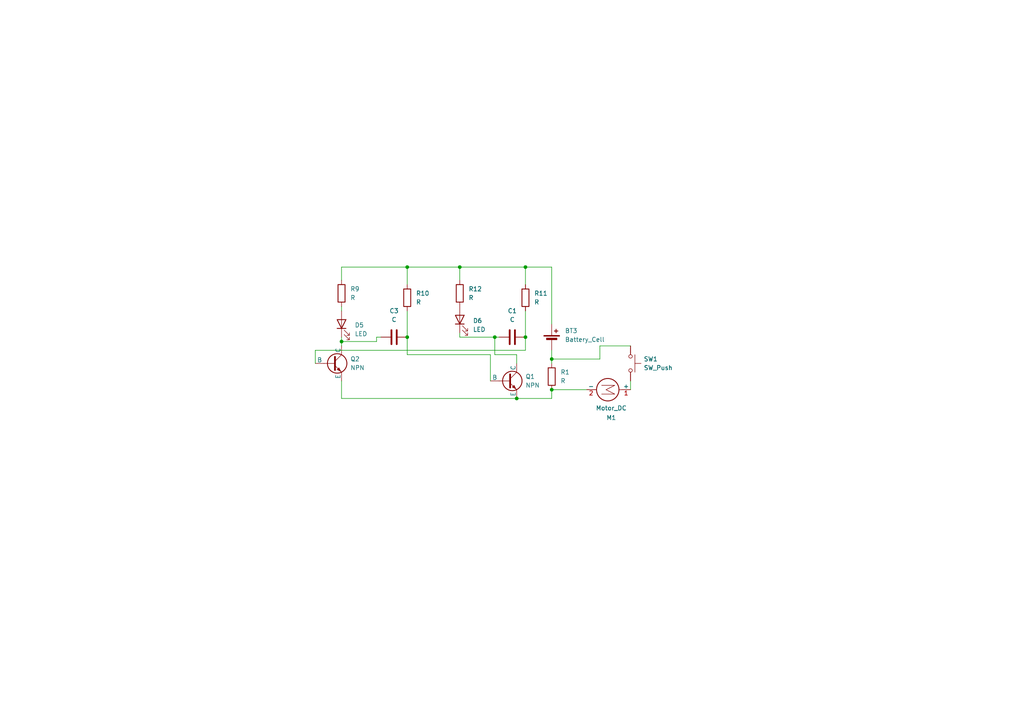
<source format=kicad_sch>
(kicad_sch
	(version 20250114)
	(generator "eeschema")
	(generator_version "9.0")
	(uuid "b8e23f2c-7499-4246-989c-0640b6c6dee9")
	(paper "A4")
	(lib_symbols
		(symbol "Device:Battery_Cell"
			(pin_numbers
				(hide yes)
			)
			(pin_names
				(offset 0)
				(hide yes)
			)
			(exclude_from_sim no)
			(in_bom yes)
			(on_board yes)
			(property "Reference" "BT"
				(at 2.54 2.54 0)
				(effects
					(font
						(size 1.27 1.27)
					)
					(justify left)
				)
			)
			(property "Value" "Battery_Cell"
				(at 2.54 0 0)
				(effects
					(font
						(size 1.27 1.27)
					)
					(justify left)
				)
			)
			(property "Footprint" ""
				(at 0 1.524 90)
				(effects
					(font
						(size 1.27 1.27)
					)
					(hide yes)
				)
			)
			(property "Datasheet" "~"
				(at 0 1.524 90)
				(effects
					(font
						(size 1.27 1.27)
					)
					(hide yes)
				)
			)
			(property "Description" "Single-cell battery"
				(at 0 0 0)
				(effects
					(font
						(size 1.27 1.27)
					)
					(hide yes)
				)
			)
			(property "ki_keywords" "battery cell"
				(at 0 0 0)
				(effects
					(font
						(size 1.27 1.27)
					)
					(hide yes)
				)
			)
			(symbol "Battery_Cell_0_1"
				(rectangle
					(start -2.286 1.778)
					(end 2.286 1.524)
					(stroke
						(width 0)
						(type default)
					)
					(fill
						(type outline)
					)
				)
				(rectangle
					(start -1.524 1.016)
					(end 1.524 0.508)
					(stroke
						(width 0)
						(type default)
					)
					(fill
						(type outline)
					)
				)
				(polyline
					(pts
						(xy 0 1.778) (xy 0 2.54)
					)
					(stroke
						(width 0)
						(type default)
					)
					(fill
						(type none)
					)
				)
				(polyline
					(pts
						(xy 0 0.762) (xy 0 0)
					)
					(stroke
						(width 0)
						(type default)
					)
					(fill
						(type none)
					)
				)
				(polyline
					(pts
						(xy 0.762 3.048) (xy 1.778 3.048)
					)
					(stroke
						(width 0.254)
						(type default)
					)
					(fill
						(type none)
					)
				)
				(polyline
					(pts
						(xy 1.27 3.556) (xy 1.27 2.54)
					)
					(stroke
						(width 0.254)
						(type default)
					)
					(fill
						(type none)
					)
				)
			)
			(symbol "Battery_Cell_1_1"
				(pin passive line
					(at 0 5.08 270)
					(length 2.54)
					(name "+"
						(effects
							(font
								(size 1.27 1.27)
							)
						)
					)
					(number "1"
						(effects
							(font
								(size 1.27 1.27)
							)
						)
					)
				)
				(pin passive line
					(at 0 -2.54 90)
					(length 2.54)
					(name "-"
						(effects
							(font
								(size 1.27 1.27)
							)
						)
					)
					(number "2"
						(effects
							(font
								(size 1.27 1.27)
							)
						)
					)
				)
			)
			(embedded_fonts no)
		)
		(symbol "Device:C"
			(pin_numbers
				(hide yes)
			)
			(pin_names
				(offset 0.254)
			)
			(exclude_from_sim no)
			(in_bom yes)
			(on_board yes)
			(property "Reference" "C"
				(at 0.635 2.54 0)
				(effects
					(font
						(size 1.27 1.27)
					)
					(justify left)
				)
			)
			(property "Value" "C"
				(at 0.635 -2.54 0)
				(effects
					(font
						(size 1.27 1.27)
					)
					(justify left)
				)
			)
			(property "Footprint" ""
				(at 0.9652 -3.81 0)
				(effects
					(font
						(size 1.27 1.27)
					)
					(hide yes)
				)
			)
			(property "Datasheet" "~"
				(at 0 0 0)
				(effects
					(font
						(size 1.27 1.27)
					)
					(hide yes)
				)
			)
			(property "Description" "Unpolarized capacitor"
				(at 0 0 0)
				(effects
					(font
						(size 1.27 1.27)
					)
					(hide yes)
				)
			)
			(property "ki_keywords" "cap capacitor"
				(at 0 0 0)
				(effects
					(font
						(size 1.27 1.27)
					)
					(hide yes)
				)
			)
			(property "ki_fp_filters" "C_*"
				(at 0 0 0)
				(effects
					(font
						(size 1.27 1.27)
					)
					(hide yes)
				)
			)
			(symbol "C_0_1"
				(polyline
					(pts
						(xy -2.032 0.762) (xy 2.032 0.762)
					)
					(stroke
						(width 0.508)
						(type default)
					)
					(fill
						(type none)
					)
				)
				(polyline
					(pts
						(xy -2.032 -0.762) (xy 2.032 -0.762)
					)
					(stroke
						(width 0.508)
						(type default)
					)
					(fill
						(type none)
					)
				)
			)
			(symbol "C_1_1"
				(pin passive line
					(at 0 3.81 270)
					(length 2.794)
					(name "~"
						(effects
							(font
								(size 1.27 1.27)
							)
						)
					)
					(number "1"
						(effects
							(font
								(size 1.27 1.27)
							)
						)
					)
				)
				(pin passive line
					(at 0 -3.81 90)
					(length 2.794)
					(name "~"
						(effects
							(font
								(size 1.27 1.27)
							)
						)
					)
					(number "2"
						(effects
							(font
								(size 1.27 1.27)
							)
						)
					)
				)
			)
			(embedded_fonts no)
		)
		(symbol "Device:LED"
			(pin_numbers
				(hide yes)
			)
			(pin_names
				(offset 1.016)
				(hide yes)
			)
			(exclude_from_sim no)
			(in_bom yes)
			(on_board yes)
			(property "Reference" "D"
				(at 0 2.54 0)
				(effects
					(font
						(size 1.27 1.27)
					)
				)
			)
			(property "Value" "LED"
				(at 0 -2.54 0)
				(effects
					(font
						(size 1.27 1.27)
					)
				)
			)
			(property "Footprint" ""
				(at 0 0 0)
				(effects
					(font
						(size 1.27 1.27)
					)
					(hide yes)
				)
			)
			(property "Datasheet" "~"
				(at 0 0 0)
				(effects
					(font
						(size 1.27 1.27)
					)
					(hide yes)
				)
			)
			(property "Description" "Light emitting diode"
				(at 0 0 0)
				(effects
					(font
						(size 1.27 1.27)
					)
					(hide yes)
				)
			)
			(property "Sim.Pins" "1=K 2=A"
				(at 0 0 0)
				(effects
					(font
						(size 1.27 1.27)
					)
					(hide yes)
				)
			)
			(property "ki_keywords" "LED diode"
				(at 0 0 0)
				(effects
					(font
						(size 1.27 1.27)
					)
					(hide yes)
				)
			)
			(property "ki_fp_filters" "LED* LED_SMD:* LED_THT:*"
				(at 0 0 0)
				(effects
					(font
						(size 1.27 1.27)
					)
					(hide yes)
				)
			)
			(symbol "LED_0_1"
				(polyline
					(pts
						(xy -3.048 -0.762) (xy -4.572 -2.286) (xy -3.81 -2.286) (xy -4.572 -2.286) (xy -4.572 -1.524)
					)
					(stroke
						(width 0)
						(type default)
					)
					(fill
						(type none)
					)
				)
				(polyline
					(pts
						(xy -1.778 -0.762) (xy -3.302 -2.286) (xy -2.54 -2.286) (xy -3.302 -2.286) (xy -3.302 -1.524)
					)
					(stroke
						(width 0)
						(type default)
					)
					(fill
						(type none)
					)
				)
				(polyline
					(pts
						(xy -1.27 0) (xy 1.27 0)
					)
					(stroke
						(width 0)
						(type default)
					)
					(fill
						(type none)
					)
				)
				(polyline
					(pts
						(xy -1.27 -1.27) (xy -1.27 1.27)
					)
					(stroke
						(width 0.254)
						(type default)
					)
					(fill
						(type none)
					)
				)
				(polyline
					(pts
						(xy 1.27 -1.27) (xy 1.27 1.27) (xy -1.27 0) (xy 1.27 -1.27)
					)
					(stroke
						(width 0.254)
						(type default)
					)
					(fill
						(type none)
					)
				)
			)
			(symbol "LED_1_1"
				(pin passive line
					(at -3.81 0 0)
					(length 2.54)
					(name "K"
						(effects
							(font
								(size 1.27 1.27)
							)
						)
					)
					(number "1"
						(effects
							(font
								(size 1.27 1.27)
							)
						)
					)
				)
				(pin passive line
					(at 3.81 0 180)
					(length 2.54)
					(name "A"
						(effects
							(font
								(size 1.27 1.27)
							)
						)
					)
					(number "2"
						(effects
							(font
								(size 1.27 1.27)
							)
						)
					)
				)
			)
			(embedded_fonts no)
		)
		(symbol "Device:R"
			(pin_numbers
				(hide yes)
			)
			(pin_names
				(offset 0)
			)
			(exclude_from_sim no)
			(in_bom yes)
			(on_board yes)
			(property "Reference" "R"
				(at 2.032 0 90)
				(effects
					(font
						(size 1.27 1.27)
					)
				)
			)
			(property "Value" "R"
				(at 0 0 90)
				(effects
					(font
						(size 1.27 1.27)
					)
				)
			)
			(property "Footprint" ""
				(at -1.778 0 90)
				(effects
					(font
						(size 1.27 1.27)
					)
					(hide yes)
				)
			)
			(property "Datasheet" "~"
				(at 0 0 0)
				(effects
					(font
						(size 1.27 1.27)
					)
					(hide yes)
				)
			)
			(property "Description" "Resistor"
				(at 0 0 0)
				(effects
					(font
						(size 1.27 1.27)
					)
					(hide yes)
				)
			)
			(property "ki_keywords" "R res resistor"
				(at 0 0 0)
				(effects
					(font
						(size 1.27 1.27)
					)
					(hide yes)
				)
			)
			(property "ki_fp_filters" "R_*"
				(at 0 0 0)
				(effects
					(font
						(size 1.27 1.27)
					)
					(hide yes)
				)
			)
			(symbol "R_0_1"
				(rectangle
					(start -1.016 -2.54)
					(end 1.016 2.54)
					(stroke
						(width 0.254)
						(type default)
					)
					(fill
						(type none)
					)
				)
			)
			(symbol "R_1_1"
				(pin passive line
					(at 0 3.81 270)
					(length 1.27)
					(name "~"
						(effects
							(font
								(size 1.27 1.27)
							)
						)
					)
					(number "1"
						(effects
							(font
								(size 1.27 1.27)
							)
						)
					)
				)
				(pin passive line
					(at 0 -3.81 90)
					(length 1.27)
					(name "~"
						(effects
							(font
								(size 1.27 1.27)
							)
						)
					)
					(number "2"
						(effects
							(font
								(size 1.27 1.27)
							)
						)
					)
				)
			)
			(embedded_fonts no)
		)
		(symbol "Motor:Motor_DC"
			(pin_names
				(offset 0)
			)
			(exclude_from_sim no)
			(in_bom yes)
			(on_board yes)
			(property "Reference" "M"
				(at 2.54 2.54 0)
				(effects
					(font
						(size 1.27 1.27)
					)
					(justify left)
				)
			)
			(property "Value" "Motor_DC"
				(at 2.54 -5.08 0)
				(effects
					(font
						(size 1.27 1.27)
					)
					(justify left top)
				)
			)
			(property "Footprint" ""
				(at 0 -2.286 0)
				(effects
					(font
						(size 1.27 1.27)
					)
					(hide yes)
				)
			)
			(property "Datasheet" "~"
				(at 0 -2.286 0)
				(effects
					(font
						(size 1.27 1.27)
					)
					(hide yes)
				)
			)
			(property "Description" "DC Motor"
				(at 0 0 0)
				(effects
					(font
						(size 1.27 1.27)
					)
					(hide yes)
				)
			)
			(property "ki_keywords" "DC Motor"
				(at 0 0 0)
				(effects
					(font
						(size 1.27 1.27)
					)
					(hide yes)
				)
			)
			(property "ki_fp_filters" "PinHeader*P2.54mm* TerminalBlock*"
				(at 0 0 0)
				(effects
					(font
						(size 1.27 1.27)
					)
					(hide yes)
				)
			)
			(symbol "Motor_DC_0_0"
				(polyline
					(pts
						(xy -1.27 -3.302) (xy -1.27 0.508) (xy 0 -2.032) (xy 1.27 0.508) (xy 1.27 -3.302)
					)
					(stroke
						(width 0)
						(type default)
					)
					(fill
						(type none)
					)
				)
			)
			(symbol "Motor_DC_0_1"
				(polyline
					(pts
						(xy 0 2.032) (xy 0 2.54)
					)
					(stroke
						(width 0)
						(type default)
					)
					(fill
						(type none)
					)
				)
				(polyline
					(pts
						(xy 0 1.7272) (xy 0 2.0828)
					)
					(stroke
						(width 0)
						(type default)
					)
					(fill
						(type none)
					)
				)
				(circle
					(center 0 -1.524)
					(radius 3.2512)
					(stroke
						(width 0.254)
						(type default)
					)
					(fill
						(type none)
					)
				)
				(polyline
					(pts
						(xy 0 -4.7752) (xy 0 -5.1816)
					)
					(stroke
						(width 0)
						(type default)
					)
					(fill
						(type none)
					)
				)
				(polyline
					(pts
						(xy 0 -7.62) (xy 0 -7.112)
					)
					(stroke
						(width 0)
						(type default)
					)
					(fill
						(type none)
					)
				)
			)
			(symbol "Motor_DC_1_1"
				(pin passive line
					(at 0 5.08 270)
					(length 2.54)
					(name "+"
						(effects
							(font
								(size 1.27 1.27)
							)
						)
					)
					(number "1"
						(effects
							(font
								(size 1.27 1.27)
							)
						)
					)
				)
				(pin passive line
					(at 0 -7.62 90)
					(length 2.54)
					(name "-"
						(effects
							(font
								(size 1.27 1.27)
							)
						)
					)
					(number "2"
						(effects
							(font
								(size 1.27 1.27)
							)
						)
					)
				)
			)
			(embedded_fonts no)
		)
		(symbol "Simulation_SPICE:NPN"
			(pin_numbers
				(hide yes)
			)
			(pin_names
				(offset 0)
			)
			(exclude_from_sim no)
			(in_bom yes)
			(on_board yes)
			(property "Reference" "Q"
				(at -2.54 7.62 0)
				(effects
					(font
						(size 1.27 1.27)
					)
				)
			)
			(property "Value" "NPN"
				(at -2.54 5.08 0)
				(effects
					(font
						(size 1.27 1.27)
					)
				)
			)
			(property "Footprint" ""
				(at 63.5 0 0)
				(effects
					(font
						(size 1.27 1.27)
					)
					(hide yes)
				)
			)
			(property "Datasheet" "https://ngspice.sourceforge.io/docs/ngspice-html-manual/manual.xhtml#cha_BJTs"
				(at 63.5 0 0)
				(effects
					(font
						(size 1.27 1.27)
					)
					(hide yes)
				)
			)
			(property "Description" "Bipolar transistor symbol for simulation only, substrate tied to the emitter"
				(at 0 0 0)
				(effects
					(font
						(size 1.27 1.27)
					)
					(hide yes)
				)
			)
			(property "Sim.Device" "NPN"
				(at 0 0 0)
				(effects
					(font
						(size 1.27 1.27)
					)
					(hide yes)
				)
			)
			(property "Sim.Type" "GUMMELPOON"
				(at 0 0 0)
				(effects
					(font
						(size 1.27 1.27)
					)
					(hide yes)
				)
			)
			(property "Sim.Pins" "1=C 2=B 3=E"
				(at 0 0 0)
				(effects
					(font
						(size 1.27 1.27)
					)
					(hide yes)
				)
			)
			(property "ki_keywords" "simulation"
				(at 0 0 0)
				(effects
					(font
						(size 1.27 1.27)
					)
					(hide yes)
				)
			)
			(symbol "NPN_0_1"
				(polyline
					(pts
						(xy -2.54 0) (xy 0.635 0)
					)
					(stroke
						(width 0.1524)
						(type default)
					)
					(fill
						(type none)
					)
				)
				(polyline
					(pts
						(xy 0.635 1.905) (xy 0.635 -1.905) (xy 0.635 -1.905)
					)
					(stroke
						(width 0.508)
						(type default)
					)
					(fill
						(type none)
					)
				)
				(polyline
					(pts
						(xy 0.635 0.635) (xy 2.54 2.54)
					)
					(stroke
						(width 0)
						(type default)
					)
					(fill
						(type none)
					)
				)
				(polyline
					(pts
						(xy 0.635 -0.635) (xy 2.54 -2.54) (xy 2.54 -2.54)
					)
					(stroke
						(width 0)
						(type default)
					)
					(fill
						(type none)
					)
				)
				(circle
					(center 1.27 0)
					(radius 2.8194)
					(stroke
						(width 0.254)
						(type default)
					)
					(fill
						(type none)
					)
				)
				(polyline
					(pts
						(xy 1.27 -1.778) (xy 1.778 -1.27) (xy 2.286 -2.286) (xy 1.27 -1.778) (xy 1.27 -1.778)
					)
					(stroke
						(width 0)
						(type default)
					)
					(fill
						(type outline)
					)
				)
				(polyline
					(pts
						(xy 2.794 -1.27) (xy 2.794 -1.27)
					)
					(stroke
						(width 0.1524)
						(type default)
					)
					(fill
						(type none)
					)
				)
				(polyline
					(pts
						(xy 2.794 -1.27) (xy 2.794 -1.27)
					)
					(stroke
						(width 0.1524)
						(type default)
					)
					(fill
						(type none)
					)
				)
			)
			(symbol "NPN_1_1"
				(pin input line
					(at -5.08 0 0)
					(length 2.54)
					(name "B"
						(effects
							(font
								(size 1.27 1.27)
							)
						)
					)
					(number "2"
						(effects
							(font
								(size 1.27 1.27)
							)
						)
					)
				)
				(pin open_collector line
					(at 2.54 5.08 270)
					(length 2.54)
					(name "C"
						(effects
							(font
								(size 1.27 1.27)
							)
						)
					)
					(number "1"
						(effects
							(font
								(size 1.27 1.27)
							)
						)
					)
				)
				(pin open_emitter line
					(at 2.54 -5.08 90)
					(length 2.54)
					(name "E"
						(effects
							(font
								(size 1.27 1.27)
							)
						)
					)
					(number "3"
						(effects
							(font
								(size 1.27 1.27)
							)
						)
					)
				)
			)
			(embedded_fonts no)
		)
		(symbol "Switch:SW_Push"
			(pin_numbers
				(hide yes)
			)
			(pin_names
				(offset 1.016)
				(hide yes)
			)
			(exclude_from_sim no)
			(in_bom yes)
			(on_board yes)
			(property "Reference" "SW"
				(at 1.27 2.54 0)
				(effects
					(font
						(size 1.27 1.27)
					)
					(justify left)
				)
			)
			(property "Value" "SW_Push"
				(at 0 -1.524 0)
				(effects
					(font
						(size 1.27 1.27)
					)
				)
			)
			(property "Footprint" ""
				(at 0 5.08 0)
				(effects
					(font
						(size 1.27 1.27)
					)
					(hide yes)
				)
			)
			(property "Datasheet" "~"
				(at 0 5.08 0)
				(effects
					(font
						(size 1.27 1.27)
					)
					(hide yes)
				)
			)
			(property "Description" "Push button switch, generic, two pins"
				(at 0 0 0)
				(effects
					(font
						(size 1.27 1.27)
					)
					(hide yes)
				)
			)
			(property "ki_keywords" "switch normally-open pushbutton push-button"
				(at 0 0 0)
				(effects
					(font
						(size 1.27 1.27)
					)
					(hide yes)
				)
			)
			(symbol "SW_Push_0_1"
				(circle
					(center -2.032 0)
					(radius 0.508)
					(stroke
						(width 0)
						(type default)
					)
					(fill
						(type none)
					)
				)
				(polyline
					(pts
						(xy 0 1.27) (xy 0 3.048)
					)
					(stroke
						(width 0)
						(type default)
					)
					(fill
						(type none)
					)
				)
				(circle
					(center 2.032 0)
					(radius 0.508)
					(stroke
						(width 0)
						(type default)
					)
					(fill
						(type none)
					)
				)
				(polyline
					(pts
						(xy 2.54 1.27) (xy -2.54 1.27)
					)
					(stroke
						(width 0)
						(type default)
					)
					(fill
						(type none)
					)
				)
				(pin passive line
					(at -5.08 0 0)
					(length 2.54)
					(name "1"
						(effects
							(font
								(size 1.27 1.27)
							)
						)
					)
					(number "1"
						(effects
							(font
								(size 1.27 1.27)
							)
						)
					)
				)
				(pin passive line
					(at 5.08 0 180)
					(length 2.54)
					(name "2"
						(effects
							(font
								(size 1.27 1.27)
							)
						)
					)
					(number "2"
						(effects
							(font
								(size 1.27 1.27)
							)
						)
					)
				)
			)
			(embedded_fonts no)
		)
	)
	(junction
		(at 118.11 77.47)
		(diameter 0)
		(color 0 0 0 0)
		(uuid "02c2aa1a-99fa-406f-a235-c9531435b583")
	)
	(junction
		(at 149.86 115.57)
		(diameter 0)
		(color 0 0 0 0)
		(uuid "328d94c7-c77e-487b-95dd-b0bcaafdb463")
	)
	(junction
		(at 160.02 104.14)
		(diameter 0)
		(color 0 0 0 0)
		(uuid "4a0977a9-dbe4-4767-9725-8aec0129fa41")
	)
	(junction
		(at 143.51 97.79)
		(diameter 0)
		(color 0 0 0 0)
		(uuid "5ccb7d04-b6db-49a4-93a5-ad06dc47cf3d")
	)
	(junction
		(at 152.4 77.47)
		(diameter 0)
		(color 0 0 0 0)
		(uuid "923edec7-9429-4025-8274-56147c462c16")
	)
	(junction
		(at 133.35 77.47)
		(diameter 0)
		(color 0 0 0 0)
		(uuid "95946913-26e3-4e5a-b2b4-7a7a57ca5207")
	)
	(junction
		(at 160.02 113.03)
		(diameter 0)
		(color 0 0 0 0)
		(uuid "a7396c21-f393-426e-a1ca-b04424d6a4da")
	)
	(junction
		(at 118.11 97.79)
		(diameter 0)
		(color 0 0 0 0)
		(uuid "b17ca307-9c33-4517-99c2-70431119eaab")
	)
	(junction
		(at 152.4 97.79)
		(diameter 0)
		(color 0 0 0 0)
		(uuid "b1a6ad6c-b988-4615-9333-4dafe4fa4994")
	)
	(junction
		(at 99.06 99.06)
		(diameter 0)
		(color 0 0 0 0)
		(uuid "e3cf63f7-6c86-41cc-8a7d-911588753bf3")
	)
	(wire
		(pts
			(xy 173.99 100.33) (xy 173.99 104.14)
		)
		(stroke
			(width 0)
			(type default)
		)
		(uuid "01484d4c-023c-4fc3-a5e8-4d18802feacc")
	)
	(wire
		(pts
			(xy 99.06 115.57) (xy 149.86 115.57)
		)
		(stroke
			(width 0)
			(type default)
		)
		(uuid "022b002f-b2d8-42fe-9df0-be671b3b36e1")
	)
	(wire
		(pts
			(xy 133.35 77.47) (xy 152.4 77.47)
		)
		(stroke
			(width 0)
			(type default)
		)
		(uuid "0a4df698-9a03-4ce0-a589-6e12194812ed")
	)
	(wire
		(pts
			(xy 142.24 102.87) (xy 142.24 110.49)
		)
		(stroke
			(width 0)
			(type default)
		)
		(uuid "0b1c8568-6e2b-4ca8-b76f-4e42ee271b6c")
	)
	(wire
		(pts
			(xy 160.02 104.14) (xy 160.02 105.41)
		)
		(stroke
			(width 0)
			(type default)
		)
		(uuid "1dbdc6e1-6c56-45e2-930d-10c06bf4e083")
	)
	(wire
		(pts
			(xy 152.4 97.79) (xy 152.4 101.6)
		)
		(stroke
			(width 0)
			(type default)
		)
		(uuid "1e5d1d51-35ce-4f6e-ab10-fbd6beef1028")
	)
	(wire
		(pts
			(xy 118.11 97.79) (xy 118.11 102.87)
		)
		(stroke
			(width 0)
			(type default)
		)
		(uuid "21e23e04-8b05-405e-9572-b70a99590b8a")
	)
	(wire
		(pts
			(xy 143.51 102.87) (xy 149.86 102.87)
		)
		(stroke
			(width 0)
			(type default)
		)
		(uuid "2655cf70-1181-413d-a420-d7af4b2b8d3e")
	)
	(wire
		(pts
			(xy 149.86 115.57) (xy 160.02 115.57)
		)
		(stroke
			(width 0)
			(type default)
		)
		(uuid "270917c4-d18e-47dd-8197-8183227160eb")
	)
	(wire
		(pts
			(xy 99.06 88.9) (xy 99.06 90.17)
		)
		(stroke
			(width 0)
			(type default)
		)
		(uuid "3eb5b162-c49f-45a0-9655-1d557f5f5423")
	)
	(wire
		(pts
			(xy 182.88 113.03) (xy 182.88 110.49)
		)
		(stroke
			(width 0)
			(type default)
		)
		(uuid "5a0c4875-6b55-46a9-ba1e-81bbe01ea0b8")
	)
	(wire
		(pts
			(xy 152.4 82.55) (xy 152.4 77.47)
		)
		(stroke
			(width 0)
			(type default)
		)
		(uuid "5bae6689-7e33-47d4-bb9e-13c7c64b9dd1")
	)
	(wire
		(pts
			(xy 99.06 99.06) (xy 99.06 100.33)
		)
		(stroke
			(width 0)
			(type default)
		)
		(uuid "66578ca6-3daf-4687-8d69-67e44fb0f282")
	)
	(wire
		(pts
			(xy 160.02 93.98) (xy 160.02 77.47)
		)
		(stroke
			(width 0)
			(type default)
		)
		(uuid "667fc4c8-a53e-46bf-874e-270dcb8edef8")
	)
	(wire
		(pts
			(xy 99.06 77.47) (xy 99.06 81.28)
		)
		(stroke
			(width 0)
			(type default)
		)
		(uuid "6a7a6ecd-8752-4db1-a683-b317a0ce4b54")
	)
	(wire
		(pts
			(xy 99.06 99.06) (xy 109.22 99.06)
		)
		(stroke
			(width 0)
			(type default)
		)
		(uuid "6e526a6e-0654-46dc-ab3d-27d59b48b454")
	)
	(wire
		(pts
			(xy 118.11 102.87) (xy 142.24 102.87)
		)
		(stroke
			(width 0)
			(type default)
		)
		(uuid "702175ec-5f6f-4f16-9e00-ef94364504c8")
	)
	(wire
		(pts
			(xy 160.02 113.03) (xy 170.18 113.03)
		)
		(stroke
			(width 0)
			(type default)
		)
		(uuid "7bb9dd34-a07a-4e26-a04f-b4feeae26265")
	)
	(wire
		(pts
			(xy 109.22 97.79) (xy 109.22 99.06)
		)
		(stroke
			(width 0)
			(type default)
		)
		(uuid "80bb19f6-f75c-489b-a9d6-7c1235451799")
	)
	(wire
		(pts
			(xy 160.02 104.14) (xy 173.99 104.14)
		)
		(stroke
			(width 0)
			(type default)
		)
		(uuid "850b7c39-c0ca-4b9b-8315-17df4db42dc7")
	)
	(wire
		(pts
			(xy 91.44 101.6) (xy 91.44 105.41)
		)
		(stroke
			(width 0)
			(type default)
		)
		(uuid "94d539c3-ad48-449f-9bb0-83f691a3d27a")
	)
	(wire
		(pts
			(xy 149.86 102.87) (xy 149.86 105.41)
		)
		(stroke
			(width 0)
			(type default)
		)
		(uuid "9a8aab5b-78df-4c94-ab78-5198853deafb")
	)
	(wire
		(pts
			(xy 118.11 90.17) (xy 118.11 97.79)
		)
		(stroke
			(width 0)
			(type default)
		)
		(uuid "9b791d12-e666-42da-b18e-cf0af8fd327d")
	)
	(wire
		(pts
			(xy 160.02 104.14) (xy 160.02 101.6)
		)
		(stroke
			(width 0)
			(type default)
		)
		(uuid "9e103a01-3850-4402-b54a-c425698b05cb")
	)
	(wire
		(pts
			(xy 118.11 77.47) (xy 99.06 77.47)
		)
		(stroke
			(width 0)
			(type default)
		)
		(uuid "a33f4414-b632-41a5-9497-d68faa2c901f")
	)
	(wire
		(pts
			(xy 91.44 101.6) (xy 152.4 101.6)
		)
		(stroke
			(width 0)
			(type default)
		)
		(uuid "a3a16b19-a12e-4896-a5cc-80b4de9f515e")
	)
	(wire
		(pts
			(xy 143.51 97.79) (xy 144.78 97.79)
		)
		(stroke
			(width 0)
			(type default)
		)
		(uuid "a42bcf0c-ad67-4030-a30d-c6bb313032f7")
	)
	(wire
		(pts
			(xy 118.11 77.47) (xy 118.11 82.55)
		)
		(stroke
			(width 0)
			(type default)
		)
		(uuid "b687cd53-4aa2-4028-9ed4-130d49bc4ff8")
	)
	(wire
		(pts
			(xy 143.51 97.79) (xy 143.51 102.87)
		)
		(stroke
			(width 0)
			(type default)
		)
		(uuid "b7b58155-487c-4863-8951-472977cc7a50")
	)
	(wire
		(pts
			(xy 133.35 96.52) (xy 133.35 97.79)
		)
		(stroke
			(width 0)
			(type default)
		)
		(uuid "bc060c84-133a-48f7-902c-988ad30afcca")
	)
	(wire
		(pts
			(xy 152.4 90.17) (xy 152.4 97.79)
		)
		(stroke
			(width 0)
			(type default)
		)
		(uuid "c46ea93b-a621-4247-9f19-7065f6d7e297")
	)
	(wire
		(pts
			(xy 109.22 97.79) (xy 110.49 97.79)
		)
		(stroke
			(width 0)
			(type default)
		)
		(uuid "c68354d0-1768-45ff-b729-494dbf3aa860")
	)
	(wire
		(pts
			(xy 118.11 77.47) (xy 133.35 77.47)
		)
		(stroke
			(width 0)
			(type default)
		)
		(uuid "cddbf56e-5e79-400c-ad5d-174e21a83fcd")
	)
	(wire
		(pts
			(xy 133.35 97.79) (xy 143.51 97.79)
		)
		(stroke
			(width 0)
			(type default)
		)
		(uuid "d26e3644-0c41-4a16-a5d0-8050f50ab239")
	)
	(wire
		(pts
			(xy 99.06 110.49) (xy 99.06 115.57)
		)
		(stroke
			(width 0)
			(type default)
		)
		(uuid "d7fd1941-b854-45f1-850f-bf16adb73a5d")
	)
	(wire
		(pts
			(xy 133.35 77.47) (xy 133.35 81.28)
		)
		(stroke
			(width 0)
			(type default)
		)
		(uuid "ef31d9b9-39ce-43a5-a07d-ef7151d8373d")
	)
	(wire
		(pts
			(xy 182.88 100.33) (xy 173.99 100.33)
		)
		(stroke
			(width 0)
			(type default)
		)
		(uuid "f5df0265-066d-48af-8875-5e4f10ab06f0")
	)
	(wire
		(pts
			(xy 152.4 77.47) (xy 160.02 77.47)
		)
		(stroke
			(width 0)
			(type default)
		)
		(uuid "f9a9fcd7-d779-424d-82dc-8efba3d9ec71")
	)
	(wire
		(pts
			(xy 160.02 115.57) (xy 160.02 113.03)
		)
		(stroke
			(width 0)
			(type default)
		)
		(uuid "fb731f1e-bc1a-40bc-b405-605e4ebf3615")
	)
	(wire
		(pts
			(xy 99.06 97.79) (xy 99.06 99.06)
		)
		(stroke
			(width 0)
			(type default)
		)
		(uuid "fd0b3f5f-a184-4b61-84fe-c2458a8acdee")
	)
	(symbol
		(lib_id "Device:R")
		(at 152.4 86.36 0)
		(unit 1)
		(exclude_from_sim no)
		(in_bom yes)
		(on_board yes)
		(dnp no)
		(fields_autoplaced yes)
		(uuid "0b3e4184-213b-4e83-a193-3c6b2938c30a")
		(property "Reference" "R11"
			(at 154.94 85.0899 0)
			(effects
				(font
					(size 1.27 1.27)
				)
				(justify left)
			)
		)
		(property "Value" "R"
			(at 154.94 87.6299 0)
			(effects
				(font
					(size 1.27 1.27)
				)
				(justify left)
			)
		)
		(property "Footprint" "Resistor_THT:R_Axial_DIN0207_L6.3mm_D2.5mm_P7.62mm_Horizontal"
			(at 150.622 86.36 90)
			(effects
				(font
					(size 1.27 1.27)
				)
				(hide yes)
			)
		)
		(property "Datasheet" "~"
			(at 152.4 86.36 0)
			(effects
				(font
					(size 1.27 1.27)
				)
				(hide yes)
			)
		)
		(property "Description" "Resistor"
			(at 152.4 86.36 0)
			(effects
				(font
					(size 1.27 1.27)
				)
				(hide yes)
			)
		)
		(pin "2"
			(uuid "172c3947-f295-44a5-bf42-aa37c73cb8b0")
		)
		(pin "1"
			(uuid "f45d8593-6c07-488e-bee7-a95d218b65cf")
		)
		(instances
			(project ""
				(path "/b8e23f2c-7499-4246-989c-0640b6c6dee9"
					(reference "R11")
					(unit 1)
				)
			)
		)
	)
	(symbol
		(lib_id "Motor:Motor_DC")
		(at 177.8 113.03 270)
		(unit 1)
		(exclude_from_sim no)
		(in_bom yes)
		(on_board yes)
		(dnp no)
		(uuid "12c9ab64-5f58-4712-adfa-fcb81842663c")
		(property "Reference" "M1"
			(at 177.292 121.158 90)
			(effects
				(font
					(size 1.27 1.27)
				)
			)
		)
		(property "Value" "Motor_DC"
			(at 177.292 118.364 90)
			(effects
				(font
					(size 1.27 1.27)
				)
			)
		)
		(property "Footprint" "Connector_PinHeader_2.54mm:PinHeader_1x02_P2.54mm_Vertical"
			(at 175.514 113.03 0)
			(effects
				(font
					(size 1.27 1.27)
				)
				(hide yes)
			)
		)
		(property "Datasheet" "~"
			(at 175.514 113.03 0)
			(effects
				(font
					(size 1.27 1.27)
				)
				(hide yes)
			)
		)
		(property "Description" "DC Motor"
			(at 177.8 113.03 0)
			(effects
				(font
					(size 1.27 1.27)
				)
				(hide yes)
			)
		)
		(pin "2"
			(uuid "e822c9b3-9058-4b93-961d-a38562eccdd0")
		)
		(pin "1"
			(uuid "a6ce21ac-ba47-472e-8137-2b74b6c48049")
		)
		(instances
			(project ""
				(path "/b8e23f2c-7499-4246-989c-0640b6c6dee9"
					(reference "M1")
					(unit 1)
				)
			)
		)
	)
	(symbol
		(lib_id "Device:C")
		(at 148.59 97.79 90)
		(unit 1)
		(exclude_from_sim no)
		(in_bom yes)
		(on_board yes)
		(dnp no)
		(fields_autoplaced yes)
		(uuid "17fa5c44-96b4-4311-b197-154a4c0f27b8")
		(property "Reference" "C1"
			(at 148.59 90.17 90)
			(effects
				(font
					(size 1.27 1.27)
				)
			)
		)
		(property "Value" "C"
			(at 148.59 92.71 90)
			(effects
				(font
					(size 1.27 1.27)
				)
			)
		)
		(property "Footprint" "Capacitor_THT:CP_Radial_D8.0mm_P5.00mm"
			(at 152.4 96.8248 0)
			(effects
				(font
					(size 1.27 1.27)
				)
				(hide yes)
			)
		)
		(property "Datasheet" "~"
			(at 148.59 97.79 0)
			(effects
				(font
					(size 1.27 1.27)
				)
				(hide yes)
			)
		)
		(property "Description" "Unpolarized capacitor"
			(at 148.59 97.79 0)
			(effects
				(font
					(size 1.27 1.27)
				)
				(hide yes)
			)
		)
		(pin "1"
			(uuid "079a8815-ef17-4239-a6cb-47e8b68b2343")
		)
		(pin "2"
			(uuid "8b02a10a-eb43-4245-b70d-6b3f03b47c79")
		)
		(instances
			(project ""
				(path "/b8e23f2c-7499-4246-989c-0640b6c6dee9"
					(reference "C1")
					(unit 1)
				)
			)
		)
	)
	(symbol
		(lib_id "Device:R")
		(at 160.02 109.22 0)
		(unit 1)
		(exclude_from_sim no)
		(in_bom yes)
		(on_board yes)
		(dnp no)
		(fields_autoplaced yes)
		(uuid "18efdbb6-8c81-4ab6-9db2-41eaf2969876")
		(property "Reference" "R1"
			(at 162.56 107.9499 0)
			(effects
				(font
					(size 1.27 1.27)
				)
				(justify left)
			)
		)
		(property "Value" "R"
			(at 162.56 110.4899 0)
			(effects
				(font
					(size 1.27 1.27)
				)
				(justify left)
			)
		)
		(property "Footprint" "Resistor_THT:R_Axial_DIN0207_L6.3mm_D2.5mm_P7.62mm_Horizontal"
			(at 158.242 109.22 90)
			(effects
				(font
					(size 1.27 1.27)
				)
				(hide yes)
			)
		)
		(property "Datasheet" "~"
			(at 160.02 109.22 0)
			(effects
				(font
					(size 1.27 1.27)
				)
				(hide yes)
			)
		)
		(property "Description" "Resistor"
			(at 160.02 109.22 0)
			(effects
				(font
					(size 1.27 1.27)
				)
				(hide yes)
			)
		)
		(pin "1"
			(uuid "f30ce46a-6e5b-46e5-b478-b91b26435034")
		)
		(pin "2"
			(uuid "855bc9a6-64c5-4d68-971a-96afec3fce6b")
		)
		(instances
			(project ""
				(path "/b8e23f2c-7499-4246-989c-0640b6c6dee9"
					(reference "R1")
					(unit 1)
				)
			)
		)
	)
	(symbol
		(lib_id "Device:Battery_Cell")
		(at 160.02 99.06 0)
		(unit 1)
		(exclude_from_sim no)
		(in_bom yes)
		(on_board yes)
		(dnp no)
		(fields_autoplaced yes)
		(uuid "321b0485-a8a8-4d3a-8b7c-1f81aa5e38c6")
		(property "Reference" "BT3"
			(at 163.83 95.9484 0)
			(effects
				(font
					(size 1.27 1.27)
				)
				(justify left)
			)
		)
		(property "Value" "Battery_Cell"
			(at 163.83 98.4884 0)
			(effects
				(font
					(size 1.27 1.27)
				)
				(justify left)
			)
		)
		(property "Footprint" "Battery:BatteryHolder_Keystone_3034_1x20mm"
			(at 160.02 97.536 90)
			(effects
				(font
					(size 1.27 1.27)
				)
				(hide yes)
			)
		)
		(property "Datasheet" "~"
			(at 160.02 97.536 90)
			(effects
				(font
					(size 1.27 1.27)
				)
				(hide yes)
			)
		)
		(property "Description" "Single-cell battery"
			(at 160.02 99.06 0)
			(effects
				(font
					(size 1.27 1.27)
				)
				(hide yes)
			)
		)
		(pin "2"
			(uuid "d1bad68f-9320-4e3a-933c-a4d8bc7307e7")
		)
		(pin "1"
			(uuid "a66f85e7-dd15-4b7c-bd4e-58ec593720c4")
		)
		(instances
			(project ""
				(path "/b8e23f2c-7499-4246-989c-0640b6c6dee9"
					(reference "BT3")
					(unit 1)
				)
			)
		)
	)
	(symbol
		(lib_id "Device:R")
		(at 133.35 85.09 0)
		(unit 1)
		(exclude_from_sim no)
		(in_bom yes)
		(on_board yes)
		(dnp no)
		(fields_autoplaced yes)
		(uuid "43cc1579-9b60-4f51-9072-af3e7fb01aa1")
		(property "Reference" "R12"
			(at 135.89 83.8199 0)
			(effects
				(font
					(size 1.27 1.27)
				)
				(justify left)
			)
		)
		(property "Value" "R"
			(at 135.89 86.3599 0)
			(effects
				(font
					(size 1.27 1.27)
				)
				(justify left)
			)
		)
		(property "Footprint" "Resistor_THT:R_Axial_DIN0207_L6.3mm_D2.5mm_P7.62mm_Horizontal"
			(at 131.572 85.09 90)
			(effects
				(font
					(size 1.27 1.27)
				)
				(hide yes)
			)
		)
		(property "Datasheet" "~"
			(at 133.35 85.09 0)
			(effects
				(font
					(size 1.27 1.27)
				)
				(hide yes)
			)
		)
		(property "Description" "Resistor"
			(at 133.35 85.09 0)
			(effects
				(font
					(size 1.27 1.27)
				)
				(hide yes)
			)
		)
		(pin "1"
			(uuid "861cf126-fee1-497b-818c-9423dd8628f8")
		)
		(pin "2"
			(uuid "850a29d1-600f-4637-92aa-c799c102c3db")
		)
		(instances
			(project ""
				(path "/b8e23f2c-7499-4246-989c-0640b6c6dee9"
					(reference "R12")
					(unit 1)
				)
			)
		)
	)
	(symbol
		(lib_id "Device:R")
		(at 99.06 85.09 0)
		(unit 1)
		(exclude_from_sim no)
		(in_bom yes)
		(on_board yes)
		(dnp no)
		(fields_autoplaced yes)
		(uuid "52592bb3-f663-49ed-bc7f-7d78018d6e5f")
		(property "Reference" "R9"
			(at 101.6 83.8199 0)
			(effects
				(font
					(size 1.27 1.27)
				)
				(justify left)
			)
		)
		(property "Value" "R"
			(at 101.6 86.3599 0)
			(effects
				(font
					(size 1.27 1.27)
				)
				(justify left)
			)
		)
		(property "Footprint" "Resistor_THT:R_Axial_DIN0207_L6.3mm_D2.5mm_P7.62mm_Horizontal"
			(at 97.282 85.09 90)
			(effects
				(font
					(size 1.27 1.27)
				)
				(hide yes)
			)
		)
		(property "Datasheet" "~"
			(at 99.06 85.09 0)
			(effects
				(font
					(size 1.27 1.27)
				)
				(hide yes)
			)
		)
		(property "Description" "Resistor"
			(at 99.06 85.09 0)
			(effects
				(font
					(size 1.27 1.27)
				)
				(hide yes)
			)
		)
		(pin "2"
			(uuid "621e589e-26a7-42bb-8785-05f8f5079afe")
		)
		(pin "1"
			(uuid "0c083aaa-734a-497e-abb1-24b79ef29010")
		)
		(instances
			(project ""
				(path "/b8e23f2c-7499-4246-989c-0640b6c6dee9"
					(reference "R9")
					(unit 1)
				)
			)
		)
	)
	(symbol
		(lib_id "Switch:SW_Push")
		(at 182.88 105.41 270)
		(unit 1)
		(exclude_from_sim no)
		(in_bom yes)
		(on_board yes)
		(dnp no)
		(fields_autoplaced yes)
		(uuid "6045d814-0108-4b84-a160-e405a4905138")
		(property "Reference" "SW1"
			(at 186.69 104.1399 90)
			(effects
				(font
					(size 1.27 1.27)
				)
				(justify left)
			)
		)
		(property "Value" "SW_Push"
			(at 186.69 106.6799 90)
			(effects
				(font
					(size 1.27 1.27)
				)
				(justify left)
			)
		)
		(property "Footprint" "Button_Switch_THT:SW_PUSH_6mm"
			(at 187.96 105.41 0)
			(effects
				(font
					(size 1.27 1.27)
				)
				(hide yes)
			)
		)
		(property "Datasheet" "~"
			(at 187.96 105.41 0)
			(effects
				(font
					(size 1.27 1.27)
				)
				(hide yes)
			)
		)
		(property "Description" "Push button switch, generic, two pins"
			(at 182.88 105.41 0)
			(effects
				(font
					(size 1.27 1.27)
				)
				(hide yes)
			)
		)
		(pin "1"
			(uuid "50d569a9-c71e-481c-828d-a32da6a5a29f")
		)
		(pin "2"
			(uuid "1c3c2aff-9521-4ba8-9cbb-a8ede9a104f2")
		)
		(instances
			(project ""
				(path "/b8e23f2c-7499-4246-989c-0640b6c6dee9"
					(reference "SW1")
					(unit 1)
				)
			)
		)
	)
	(symbol
		(lib_id "Device:R")
		(at 118.11 86.36 0)
		(unit 1)
		(exclude_from_sim no)
		(in_bom yes)
		(on_board yes)
		(dnp no)
		(fields_autoplaced yes)
		(uuid "794dfd76-857f-49ab-bf94-4b812fad88ac")
		(property "Reference" "R10"
			(at 120.65 85.0899 0)
			(effects
				(font
					(size 1.27 1.27)
				)
				(justify left)
			)
		)
		(property "Value" "R"
			(at 120.65 87.6299 0)
			(effects
				(font
					(size 1.27 1.27)
				)
				(justify left)
			)
		)
		(property "Footprint" "Resistor_THT:R_Axial_DIN0207_L6.3mm_D2.5mm_P7.62mm_Horizontal"
			(at 116.332 86.36 90)
			(effects
				(font
					(size 1.27 1.27)
				)
				(hide yes)
			)
		)
		(property "Datasheet" "~"
			(at 118.11 86.36 0)
			(effects
				(font
					(size 1.27 1.27)
				)
				(hide yes)
			)
		)
		(property "Description" "Resistor"
			(at 118.11 86.36 0)
			(effects
				(font
					(size 1.27 1.27)
				)
				(hide yes)
			)
		)
		(pin "1"
			(uuid "3d27c03e-468a-4dbe-b479-d07f6280cfc6")
		)
		(pin "2"
			(uuid "aa09a73e-b494-4ad2-aa7c-62cf52eddc03")
		)
		(instances
			(project ""
				(path "/b8e23f2c-7499-4246-989c-0640b6c6dee9"
					(reference "R10")
					(unit 1)
				)
			)
		)
	)
	(symbol
		(lib_id "Device:C")
		(at 114.3 97.79 90)
		(unit 1)
		(exclude_from_sim no)
		(in_bom yes)
		(on_board yes)
		(dnp no)
		(fields_autoplaced yes)
		(uuid "802ff0d9-3605-4c6a-96c5-434bca93a5fe")
		(property "Reference" "C3"
			(at 114.3 90.17 90)
			(effects
				(font
					(size 1.27 1.27)
				)
			)
		)
		(property "Value" "C"
			(at 114.3 92.71 90)
			(effects
				(font
					(size 1.27 1.27)
				)
			)
		)
		(property "Footprint" "Capacitor_THT:CP_Radial_D8.0mm_P5.00mm"
			(at 118.11 96.8248 0)
			(effects
				(font
					(size 1.27 1.27)
				)
				(hide yes)
			)
		)
		(property "Datasheet" "~"
			(at 114.3 97.79 0)
			(effects
				(font
					(size 1.27 1.27)
				)
				(hide yes)
			)
		)
		(property "Description" "Unpolarized capacitor"
			(at 114.3 97.79 0)
			(effects
				(font
					(size 1.27 1.27)
				)
				(hide yes)
			)
		)
		(pin "1"
			(uuid "82601069-ddec-48db-8959-1a3a16689a40")
		)
		(pin "2"
			(uuid "b33ed2e6-cd63-4285-9634-8924673bac57")
		)
		(instances
			(project ""
				(path "/b8e23f2c-7499-4246-989c-0640b6c6dee9"
					(reference "C3")
					(unit 1)
				)
			)
		)
	)
	(symbol
		(lib_id "Simulation_SPICE:NPN")
		(at 147.32 110.49 0)
		(unit 1)
		(exclude_from_sim no)
		(in_bom yes)
		(on_board yes)
		(dnp no)
		(fields_autoplaced yes)
		(uuid "b382a7d4-eda6-43f1-84a2-2678952c69b0")
		(property "Reference" "Q1"
			(at 152.4 109.2199 0)
			(effects
				(font
					(size 1.27 1.27)
				)
				(justify left)
			)
		)
		(property "Value" "NPN"
			(at 152.4 111.7599 0)
			(effects
				(font
					(size 1.27 1.27)
				)
				(justify left)
			)
		)
		(property "Footprint" "Package_TO_SOT_THT:TO-92L_HandSolder"
			(at 210.82 110.49 0)
			(effects
				(font
					(size 1.27 1.27)
				)
				(hide yes)
			)
		)
		(property "Datasheet" "https://ngspice.sourceforge.io/docs/ngspice-html-manual/manual.xhtml#cha_BJTs"
			(at 210.82 110.49 0)
			(effects
				(font
					(size 1.27 1.27)
				)
				(hide yes)
			)
		)
		(property "Description" "Bipolar transistor symbol for simulation only, substrate tied to the emitter"
			(at 147.32 110.49 0)
			(effects
				(font
					(size 1.27 1.27)
				)
				(hide yes)
			)
		)
		(property "Sim.Device" "NPN"
			(at 147.32 110.49 0)
			(effects
				(font
					(size 1.27 1.27)
				)
				(hide yes)
			)
		)
		(property "Sim.Type" "GUMMELPOON"
			(at 147.32 110.49 0)
			(effects
				(font
					(size 1.27 1.27)
				)
				(hide yes)
			)
		)
		(property "Sim.Pins" "1=C 2=B 3=E"
			(at 147.32 110.49 0)
			(effects
				(font
					(size 1.27 1.27)
				)
				(hide yes)
			)
		)
		(pin "1"
			(uuid "a3713fa6-e747-4891-af91-4f86a4965abb")
		)
		(pin "3"
			(uuid "046d0618-83e9-4fee-87b2-237c706f04c4")
		)
		(pin "2"
			(uuid "8af13cdf-815c-48c8-9e00-dc8f444542f0")
		)
		(instances
			(project ""
				(path "/b8e23f2c-7499-4246-989c-0640b6c6dee9"
					(reference "Q1")
					(unit 1)
				)
			)
		)
	)
	(symbol
		(lib_id "Device:LED")
		(at 99.06 93.98 90)
		(unit 1)
		(exclude_from_sim no)
		(in_bom yes)
		(on_board yes)
		(dnp no)
		(fields_autoplaced yes)
		(uuid "bac0f7c1-8867-433b-83c6-27706a8e645c")
		(property "Reference" "D5"
			(at 102.87 94.2974 90)
			(effects
				(font
					(size 1.27 1.27)
				)
				(justify right)
			)
		)
		(property "Value" "LED"
			(at 102.87 96.8374 90)
			(effects
				(font
					(size 1.27 1.27)
				)
				(justify right)
			)
		)
		(property "Footprint" "LED_THT:LED_D5.0mm"
			(at 99.06 93.98 0)
			(effects
				(font
					(size 1.27 1.27)
				)
				(hide yes)
			)
		)
		(property "Datasheet" "~"
			(at 99.06 93.98 0)
			(effects
				(font
					(size 1.27 1.27)
				)
				(hide yes)
			)
		)
		(property "Description" "Light emitting diode"
			(at 99.06 93.98 0)
			(effects
				(font
					(size 1.27 1.27)
				)
				(hide yes)
			)
		)
		(property "Sim.Pins" "1=K 2=A"
			(at 99.06 93.98 0)
			(effects
				(font
					(size 1.27 1.27)
				)
				(hide yes)
			)
		)
		(pin "1"
			(uuid "f1cf1fe1-1306-4de9-bc3c-ffaae89beaa8")
		)
		(pin "2"
			(uuid "ef280bd5-c16b-4eef-b0b3-d98a061ae03a")
		)
		(instances
			(project ""
				(path "/b8e23f2c-7499-4246-989c-0640b6c6dee9"
					(reference "D5")
					(unit 1)
				)
			)
		)
	)
	(symbol
		(lib_id "Device:LED")
		(at 133.35 92.71 90)
		(unit 1)
		(exclude_from_sim no)
		(in_bom yes)
		(on_board yes)
		(dnp no)
		(fields_autoplaced yes)
		(uuid "bb1f4edf-63a2-4891-a957-27e6e9120739")
		(property "Reference" "D6"
			(at 137.16 93.0274 90)
			(effects
				(font
					(size 1.27 1.27)
				)
				(justify right)
			)
		)
		(property "Value" "LED"
			(at 137.16 95.5674 90)
			(effects
				(font
					(size 1.27 1.27)
				)
				(justify right)
			)
		)
		(property "Footprint" "LED_THT:LED_D5.0mm"
			(at 133.35 92.71 0)
			(effects
				(font
					(size 1.27 1.27)
				)
				(hide yes)
			)
		)
		(property "Datasheet" "~"
			(at 133.35 92.71 0)
			(effects
				(font
					(size 1.27 1.27)
				)
				(hide yes)
			)
		)
		(property "Description" "Light emitting diode"
			(at 133.35 92.71 0)
			(effects
				(font
					(size 1.27 1.27)
				)
				(hide yes)
			)
		)
		(property "Sim.Pins" "1=K 2=A"
			(at 133.35 92.71 0)
			(effects
				(font
					(size 1.27 1.27)
				)
				(hide yes)
			)
		)
		(pin "2"
			(uuid "c19b9a03-fab1-411f-bbcf-1bd682de2864")
		)
		(pin "1"
			(uuid "b5489612-eaca-4472-826b-9564e2b4ea84")
		)
		(instances
			(project ""
				(path "/b8e23f2c-7499-4246-989c-0640b6c6dee9"
					(reference "D6")
					(unit 1)
				)
			)
		)
	)
	(symbol
		(lib_id "Simulation_SPICE:NPN")
		(at 96.52 105.41 0)
		(unit 1)
		(exclude_from_sim no)
		(in_bom yes)
		(on_board yes)
		(dnp no)
		(fields_autoplaced yes)
		(uuid "fa5eb1f8-9d4b-4897-b6a0-207b4156eefd")
		(property "Reference" "Q2"
			(at 101.6 104.1399 0)
			(effects
				(font
					(size 1.27 1.27)
				)
				(justify left)
			)
		)
		(property "Value" "NPN"
			(at 101.6 106.6799 0)
			(effects
				(font
					(size 1.27 1.27)
				)
				(justify left)
			)
		)
		(property "Footprint" "Package_TO_SOT_THT:TO-92L_HandSolder"
			(at 160.02 105.41 0)
			(effects
				(font
					(size 1.27 1.27)
				)
				(hide yes)
			)
		)
		(property "Datasheet" "https://ngspice.sourceforge.io/docs/ngspice-html-manual/manual.xhtml#cha_BJTs"
			(at 160.02 105.41 0)
			(effects
				(font
					(size 1.27 1.27)
				)
				(hide yes)
			)
		)
		(property "Description" "Bipolar transistor symbol for simulation only, substrate tied to the emitter"
			(at 96.52 105.41 0)
			(effects
				(font
					(size 1.27 1.27)
				)
				(hide yes)
			)
		)
		(property "Sim.Device" "NPN"
			(at 96.52 105.41 0)
			(effects
				(font
					(size 1.27 1.27)
				)
				(hide yes)
			)
		)
		(property "Sim.Type" "GUMMELPOON"
			(at 96.52 105.41 0)
			(effects
				(font
					(size 1.27 1.27)
				)
				(hide yes)
			)
		)
		(property "Sim.Pins" "1=C 2=B 3=E"
			(at 96.52 105.41 0)
			(effects
				(font
					(size 1.27 1.27)
				)
				(hide yes)
			)
		)
		(pin "2"
			(uuid "3766d1ce-4c5b-4930-94b6-33c43740b139")
		)
		(pin "1"
			(uuid "52f7d0bb-79f5-4a1b-ac18-42ab4ad30681")
		)
		(pin "3"
			(uuid "fc1d56a0-31dd-4ddc-a32e-d296c2fe76bf")
		)
		(instances
			(project ""
				(path "/b8e23f2c-7499-4246-989c-0640b6c6dee9"
					(reference "Q2")
					(unit 1)
				)
			)
		)
	)
	(sheet_instances
		(path "/"
			(page "1")
		)
	)
	(embedded_fonts no)
)

</source>
